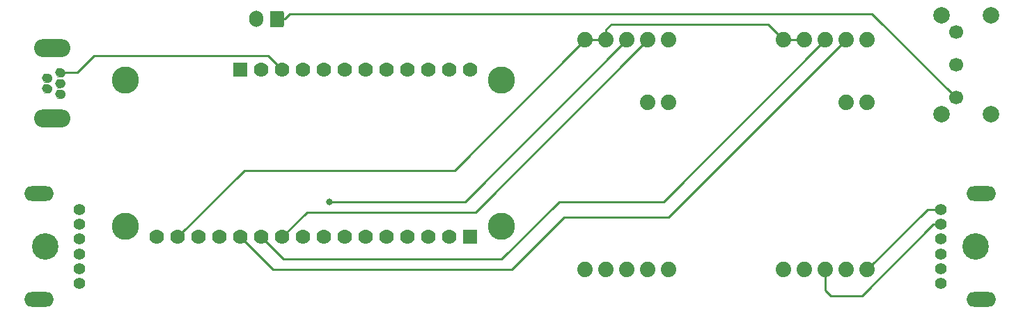
<source format=gbr>
G04 #@! TF.GenerationSoftware,KiCad,Pcbnew,5.0.2-5.fc29*
G04 #@! TF.CreationDate,2019-03-22T17:39:01+01:00*
G04 #@! TF.ProjectId,beieliscale-kicad,62656965-6c69-4736-9361-6c652d6b6963,rev?*
G04 #@! TF.SameCoordinates,Original*
G04 #@! TF.FileFunction,Copper,L2,Bot*
G04 #@! TF.FilePolarity,Positive*
%FSLAX46Y46*%
G04 Gerber Fmt 4.6, Leading zero omitted, Abs format (unit mm)*
G04 Created by KiCad (PCBNEW 5.0.2-5.fc29) date Fr 22 Mär 2019 17:39:01 CET*
%MOMM*%
%LPD*%
G01*
G04 APERTURE LIST*
G04 #@! TA.AperFunction,EtchedComponent*
%ADD10C,0.000100*%
G04 #@! TD*
G04 #@! TA.AperFunction,ComponentPad*
%ADD11C,1.778000*%
G04 #@! TD*
G04 #@! TA.AperFunction,ComponentPad*
%ADD12R,1.778000X1.778000*%
G04 #@! TD*
G04 #@! TA.AperFunction,ComponentPad*
%ADD13C,3.302000*%
G04 #@! TD*
G04 #@! TA.AperFunction,ComponentPad*
%ADD14C,1.879600*%
G04 #@! TD*
G04 #@! TA.AperFunction,ComponentPad*
%ADD15C,3.216000*%
G04 #@! TD*
G04 #@! TA.AperFunction,ComponentPad*
%ADD16C,1.408000*%
G04 #@! TD*
G04 #@! TA.AperFunction,ComponentPad*
%ADD17O,3.600000X1.800000*%
G04 #@! TD*
G04 #@! TA.AperFunction,ComponentPad*
%ADD18C,1.000000*%
G04 #@! TD*
G04 #@! TA.AperFunction,ComponentPad*
%ADD19O,4.400000X2.200000*%
G04 #@! TD*
G04 #@! TA.AperFunction,Conductor*
%ADD20C,0.100000*%
G04 #@! TD*
G04 #@! TA.AperFunction,ComponentPad*
%ADD21C,1.700000*%
G04 #@! TD*
G04 #@! TA.AperFunction,ComponentPad*
%ADD22O,1.700000X2.000000*%
G04 #@! TD*
G04 #@! TA.AperFunction,ComponentPad*
%ADD23C,2.000000*%
G04 #@! TD*
G04 #@! TA.AperFunction,ViaPad*
%ADD24C,0.800000*%
G04 #@! TD*
G04 #@! TA.AperFunction,Conductor*
%ADD25C,0.250000*%
G04 #@! TD*
G04 APERTURE END LIST*
D10*
G04 #@! TO.C,J3*
X79540000Y-65935000D02*
X79840000Y-65935000D01*
G36*
X79540000Y-65935000D02*
X79740000Y-65935000D01*
X79766180Y-65935000D01*
X79818300Y-65940476D01*
X79869560Y-65951369D01*
X79919410Y-65967562D01*
X79967280Y-65988876D01*
X80012670Y-66015077D01*
X80055070Y-66045880D01*
X80094020Y-66080945D01*
X80129090Y-66119890D01*
X80159900Y-66162287D01*
X80186100Y-66207672D01*
X80207420Y-66255548D01*
X80223620Y-66305390D01*
X80234520Y-66356652D01*
X80240000Y-66408772D01*
X80240000Y-66461180D01*
X80234520Y-66513301D01*
X80223630Y-66564564D01*
X80207440Y-66614407D01*
X80186120Y-66662285D01*
X80159920Y-66707672D01*
X80129120Y-66750073D01*
X80094050Y-66789021D01*
X80055110Y-66824090D01*
X80012710Y-66854897D01*
X79967330Y-66881103D01*
X79919450Y-66902421D01*
X79869610Y-66918618D01*
X79818350Y-66929517D01*
X79766230Y-66934997D01*
X79740000Y-66935000D01*
X79540000Y-66935000D01*
X79540000Y-66785000D01*
X79549163Y-66785000D01*
X79567468Y-66784041D01*
X79585698Y-66782125D01*
X79603802Y-66779258D01*
X79621732Y-66775447D01*
X79639437Y-66770702D01*
X79656870Y-66765038D01*
X79673983Y-66758469D01*
X79690729Y-66751014D01*
X79707061Y-66742692D01*
X79722935Y-66733527D01*
X79738308Y-66723544D01*
X79753140Y-66712770D01*
X79767380Y-66701235D01*
X79781010Y-66688969D01*
X79793970Y-66676008D01*
X79806230Y-66662386D01*
X79817770Y-66648141D01*
X79828540Y-66633312D01*
X79838530Y-66617939D01*
X79847690Y-66602065D01*
X79856010Y-66585732D01*
X79863470Y-66568987D01*
X79870040Y-66551874D01*
X79875700Y-66534441D01*
X79880450Y-66516736D01*
X79884260Y-66498806D01*
X79887120Y-66480702D01*
X79889040Y-66462472D01*
X79890000Y-66444167D01*
X79890000Y-66435000D01*
X79890000Y-66425837D01*
X79889040Y-66407532D01*
X79887120Y-66389302D01*
X79884260Y-66371198D01*
X79880450Y-66353268D01*
X79875700Y-66335563D01*
X79870040Y-66318130D01*
X79863470Y-66301017D01*
X79856010Y-66284271D01*
X79847690Y-66267939D01*
X79838530Y-66252065D01*
X79828540Y-66236692D01*
X79817770Y-66221862D01*
X79806230Y-66207617D01*
X79793970Y-66193995D01*
X79781010Y-66181033D01*
X79767390Y-66168768D01*
X79753140Y-66157232D01*
X79738312Y-66146458D01*
X79722939Y-66136475D01*
X79707065Y-66127310D01*
X79690732Y-66118988D01*
X79673987Y-66111532D01*
X79656874Y-66104963D01*
X79639441Y-66099299D01*
X79621736Y-66094554D01*
X79603806Y-66090743D01*
X79585702Y-66087876D01*
X79567472Y-66085960D01*
X79549167Y-66085000D01*
X79540000Y-66085000D01*
X79540000Y-65935000D01*
G37*
X79540000Y-65935000D02*
X79740000Y-65935000D01*
X79766180Y-65935000D01*
X79818300Y-65940476D01*
X79869560Y-65951369D01*
X79919410Y-65967562D01*
X79967280Y-65988876D01*
X80012670Y-66015077D01*
X80055070Y-66045880D01*
X80094020Y-66080945D01*
X80129090Y-66119890D01*
X80159900Y-66162287D01*
X80186100Y-66207672D01*
X80207420Y-66255548D01*
X80223620Y-66305390D01*
X80234520Y-66356652D01*
X80240000Y-66408772D01*
X80240000Y-66461180D01*
X80234520Y-66513301D01*
X80223630Y-66564564D01*
X80207440Y-66614407D01*
X80186120Y-66662285D01*
X80159920Y-66707672D01*
X80129120Y-66750073D01*
X80094050Y-66789021D01*
X80055110Y-66824090D01*
X80012710Y-66854897D01*
X79967330Y-66881103D01*
X79919450Y-66902421D01*
X79869610Y-66918618D01*
X79818350Y-66929517D01*
X79766230Y-66934997D01*
X79740000Y-66935000D01*
X79540000Y-66935000D01*
X79540000Y-66785000D01*
X79549163Y-66785000D01*
X79567468Y-66784041D01*
X79585698Y-66782125D01*
X79603802Y-66779258D01*
X79621732Y-66775447D01*
X79639437Y-66770702D01*
X79656870Y-66765038D01*
X79673983Y-66758469D01*
X79690729Y-66751014D01*
X79707061Y-66742692D01*
X79722935Y-66733527D01*
X79738308Y-66723544D01*
X79753140Y-66712770D01*
X79767380Y-66701235D01*
X79781010Y-66688969D01*
X79793970Y-66676008D01*
X79806230Y-66662386D01*
X79817770Y-66648141D01*
X79828540Y-66633312D01*
X79838530Y-66617939D01*
X79847690Y-66602065D01*
X79856010Y-66585732D01*
X79863470Y-66568987D01*
X79870040Y-66551874D01*
X79875700Y-66534441D01*
X79880450Y-66516736D01*
X79884260Y-66498806D01*
X79887120Y-66480702D01*
X79889040Y-66462472D01*
X79890000Y-66444167D01*
X79890000Y-66435000D01*
X79890000Y-66425837D01*
X79889040Y-66407532D01*
X79887120Y-66389302D01*
X79884260Y-66371198D01*
X79880450Y-66353268D01*
X79875700Y-66335563D01*
X79870040Y-66318130D01*
X79863470Y-66301017D01*
X79856010Y-66284271D01*
X79847690Y-66267939D01*
X79838530Y-66252065D01*
X79828540Y-66236692D01*
X79817770Y-66221862D01*
X79806230Y-66207617D01*
X79793970Y-66193995D01*
X79781010Y-66181033D01*
X79767390Y-66168768D01*
X79753140Y-66157232D01*
X79738312Y-66146458D01*
X79722939Y-66136475D01*
X79707065Y-66127310D01*
X79690732Y-66118988D01*
X79673987Y-66111532D01*
X79656874Y-66104963D01*
X79639441Y-66099299D01*
X79621736Y-66094554D01*
X79603806Y-66090743D01*
X79585702Y-66087876D01*
X79567472Y-66085960D01*
X79549167Y-66085000D01*
X79540000Y-66085000D01*
X79540000Y-65935000D01*
G36*
X79540000Y-66935000D02*
X79340000Y-66935000D01*
X79366180Y-66935000D01*
X79418301Y-66929524D01*
X79469564Y-66918631D01*
X79519407Y-66902438D01*
X79567285Y-66881124D01*
X79612672Y-66854923D01*
X79655073Y-66824120D01*
X79694021Y-66789055D01*
X79729090Y-66750110D01*
X79759900Y-66707713D01*
X79786100Y-66662328D01*
X79807420Y-66614452D01*
X79823620Y-66564610D01*
X79834520Y-66513348D01*
X79840000Y-66461228D01*
X79840000Y-66408820D01*
X79834520Y-66356699D01*
X79823630Y-66305436D01*
X79807440Y-66255593D01*
X79786120Y-66207715D01*
X79759920Y-66162328D01*
X79729120Y-66119927D01*
X79694055Y-66080979D01*
X79655110Y-66045910D01*
X79612713Y-66015103D01*
X79567328Y-65988897D01*
X79519452Y-65967579D01*
X79469610Y-65951382D01*
X79418348Y-65940483D01*
X79366228Y-65935003D01*
X79340000Y-65935000D01*
X79540000Y-65935000D01*
X79540000Y-66085000D01*
X79530837Y-66085000D01*
X79512532Y-66085959D01*
X79494302Y-66087875D01*
X79476198Y-66090742D01*
X79458268Y-66094553D01*
X79440563Y-66099298D01*
X79423130Y-66104962D01*
X79406017Y-66111531D01*
X79389271Y-66118986D01*
X79372939Y-66127308D01*
X79357065Y-66136473D01*
X79341692Y-66146456D01*
X79326862Y-66157230D01*
X79312617Y-66168765D01*
X79298995Y-66181031D01*
X79286033Y-66193992D01*
X79273768Y-66207614D01*
X79262232Y-66221859D01*
X79251458Y-66236688D01*
X79241475Y-66252061D01*
X79232310Y-66267935D01*
X79223988Y-66284268D01*
X79216532Y-66301013D01*
X79209963Y-66318126D01*
X79204299Y-66335559D01*
X79199554Y-66353264D01*
X79195743Y-66371194D01*
X79192876Y-66389298D01*
X79190960Y-66407528D01*
X79190000Y-66425833D01*
X79190000Y-66435000D01*
X79190000Y-66444163D01*
X79190959Y-66462468D01*
X79192875Y-66480698D01*
X79195742Y-66498802D01*
X79199553Y-66516732D01*
X79204298Y-66534437D01*
X79209962Y-66551870D01*
X79216531Y-66568983D01*
X79223986Y-66585729D01*
X79232308Y-66602061D01*
X79241473Y-66617935D01*
X79251456Y-66633308D01*
X79262230Y-66648138D01*
X79273765Y-66662383D01*
X79286031Y-66676005D01*
X79298992Y-66688967D01*
X79312614Y-66701232D01*
X79326859Y-66712768D01*
X79341688Y-66723542D01*
X79357061Y-66733525D01*
X79372935Y-66742690D01*
X79389268Y-66751012D01*
X79406013Y-66758468D01*
X79423126Y-66765037D01*
X79440559Y-66770701D01*
X79458264Y-66775446D01*
X79476194Y-66779257D01*
X79494298Y-66782124D01*
X79512528Y-66784040D01*
X79530833Y-66785000D01*
X79540000Y-66785000D01*
X79540000Y-66935000D01*
G37*
X79540000Y-66935000D02*
X79340000Y-66935000D01*
X79366180Y-66935000D01*
X79418301Y-66929524D01*
X79469564Y-66918631D01*
X79519407Y-66902438D01*
X79567285Y-66881124D01*
X79612672Y-66854923D01*
X79655073Y-66824120D01*
X79694021Y-66789055D01*
X79729090Y-66750110D01*
X79759900Y-66707713D01*
X79786100Y-66662328D01*
X79807420Y-66614452D01*
X79823620Y-66564610D01*
X79834520Y-66513348D01*
X79840000Y-66461228D01*
X79840000Y-66408820D01*
X79834520Y-66356699D01*
X79823630Y-66305436D01*
X79807440Y-66255593D01*
X79786120Y-66207715D01*
X79759920Y-66162328D01*
X79729120Y-66119927D01*
X79694055Y-66080979D01*
X79655110Y-66045910D01*
X79612713Y-66015103D01*
X79567328Y-65988897D01*
X79519452Y-65967579D01*
X79469610Y-65951382D01*
X79418348Y-65940483D01*
X79366228Y-65935003D01*
X79340000Y-65935000D01*
X79540000Y-65935000D01*
X79540000Y-66085000D01*
X79530837Y-66085000D01*
X79512532Y-66085959D01*
X79494302Y-66087875D01*
X79476198Y-66090742D01*
X79458268Y-66094553D01*
X79440563Y-66099298D01*
X79423130Y-66104962D01*
X79406017Y-66111531D01*
X79389271Y-66118986D01*
X79372939Y-66127308D01*
X79357065Y-66136473D01*
X79341692Y-66146456D01*
X79326862Y-66157230D01*
X79312617Y-66168765D01*
X79298995Y-66181031D01*
X79286033Y-66193992D01*
X79273768Y-66207614D01*
X79262232Y-66221859D01*
X79251458Y-66236688D01*
X79241475Y-66252061D01*
X79232310Y-66267935D01*
X79223988Y-66284268D01*
X79216532Y-66301013D01*
X79209963Y-66318126D01*
X79204299Y-66335559D01*
X79199554Y-66353264D01*
X79195743Y-66371194D01*
X79192876Y-66389298D01*
X79190960Y-66407528D01*
X79190000Y-66425833D01*
X79190000Y-66435000D01*
X79190000Y-66444163D01*
X79190959Y-66462468D01*
X79192875Y-66480698D01*
X79195742Y-66498802D01*
X79199553Y-66516732D01*
X79204298Y-66534437D01*
X79209962Y-66551870D01*
X79216531Y-66568983D01*
X79223986Y-66585729D01*
X79232308Y-66602061D01*
X79241473Y-66617935D01*
X79251456Y-66633308D01*
X79262230Y-66648138D01*
X79273765Y-66662383D01*
X79286031Y-66676005D01*
X79298992Y-66688967D01*
X79312614Y-66701232D01*
X79326859Y-66712768D01*
X79341688Y-66723542D01*
X79357061Y-66733525D01*
X79372935Y-66742690D01*
X79389268Y-66751012D01*
X79406013Y-66758468D01*
X79423126Y-66765037D01*
X79440559Y-66770701D01*
X79458264Y-66775446D01*
X79476194Y-66779257D01*
X79494298Y-66782124D01*
X79512528Y-66784040D01*
X79530833Y-66785000D01*
X79540000Y-66785000D01*
X79540000Y-66935000D01*
X79540000Y-64635000D02*
X79840000Y-64635000D01*
G36*
X79540000Y-64635000D02*
X79740000Y-64635000D01*
X79766180Y-64635000D01*
X79818300Y-64640480D01*
X79869560Y-64651370D01*
X79919410Y-64667560D01*
X79967280Y-64688880D01*
X80012670Y-64715080D01*
X80055070Y-64745880D01*
X80094020Y-64780950D01*
X80129090Y-64819890D01*
X80159900Y-64862290D01*
X80186100Y-64907670D01*
X80207420Y-64955550D01*
X80223620Y-65005390D01*
X80234520Y-65056650D01*
X80240000Y-65108770D01*
X80240000Y-65161180D01*
X80234520Y-65213300D01*
X80223630Y-65264560D01*
X80207440Y-65314410D01*
X80186120Y-65362280D01*
X80159920Y-65407670D01*
X80129120Y-65450073D01*
X80094050Y-65489021D01*
X80055110Y-65524090D01*
X80012710Y-65554897D01*
X79967330Y-65581103D01*
X79919450Y-65602421D01*
X79869610Y-65618618D01*
X79818350Y-65629517D01*
X79766230Y-65634997D01*
X79740000Y-65635000D01*
X79540000Y-65635000D01*
X79540000Y-65485000D01*
X79549163Y-65485000D01*
X79567468Y-65484041D01*
X79585698Y-65482125D01*
X79603802Y-65479258D01*
X79621732Y-65475447D01*
X79639437Y-65470702D01*
X79656870Y-65465038D01*
X79673983Y-65458469D01*
X79690729Y-65451014D01*
X79707061Y-65442692D01*
X79722935Y-65433530D01*
X79738308Y-65423540D01*
X79753140Y-65412770D01*
X79767380Y-65401230D01*
X79781010Y-65388970D01*
X79793970Y-65376010D01*
X79806230Y-65362390D01*
X79817770Y-65348140D01*
X79828540Y-65333310D01*
X79838530Y-65317940D01*
X79847690Y-65302060D01*
X79856010Y-65285730D01*
X79863470Y-65268990D01*
X79870040Y-65251870D01*
X79875700Y-65234440D01*
X79880450Y-65216740D01*
X79884260Y-65198810D01*
X79887120Y-65180700D01*
X79889040Y-65162470D01*
X79890000Y-65144170D01*
X79890000Y-65135000D01*
X79890000Y-65125840D01*
X79889040Y-65107530D01*
X79887120Y-65089300D01*
X79884260Y-65071200D01*
X79880450Y-65053270D01*
X79875700Y-65035560D01*
X79870040Y-65018130D01*
X79863470Y-65001020D01*
X79856010Y-64984270D01*
X79847690Y-64967940D01*
X79838530Y-64952060D01*
X79828540Y-64936690D01*
X79817770Y-64921860D01*
X79806230Y-64907620D01*
X79793970Y-64893990D01*
X79781010Y-64881030D01*
X79767390Y-64868770D01*
X79753140Y-64857230D01*
X79738312Y-64846460D01*
X79722939Y-64836470D01*
X79707065Y-64827310D01*
X79690732Y-64818990D01*
X79673987Y-64811530D01*
X79656874Y-64804960D01*
X79639441Y-64799300D01*
X79621736Y-64794550D01*
X79603806Y-64790740D01*
X79585702Y-64787880D01*
X79567472Y-64785960D01*
X79549167Y-64785000D01*
X79540000Y-64785000D01*
X79540000Y-64635000D01*
G37*
X79540000Y-64635000D02*
X79740000Y-64635000D01*
X79766180Y-64635000D01*
X79818300Y-64640480D01*
X79869560Y-64651370D01*
X79919410Y-64667560D01*
X79967280Y-64688880D01*
X80012670Y-64715080D01*
X80055070Y-64745880D01*
X80094020Y-64780950D01*
X80129090Y-64819890D01*
X80159900Y-64862290D01*
X80186100Y-64907670D01*
X80207420Y-64955550D01*
X80223620Y-65005390D01*
X80234520Y-65056650D01*
X80240000Y-65108770D01*
X80240000Y-65161180D01*
X80234520Y-65213300D01*
X80223630Y-65264560D01*
X80207440Y-65314410D01*
X80186120Y-65362280D01*
X80159920Y-65407670D01*
X80129120Y-65450073D01*
X80094050Y-65489021D01*
X80055110Y-65524090D01*
X80012710Y-65554897D01*
X79967330Y-65581103D01*
X79919450Y-65602421D01*
X79869610Y-65618618D01*
X79818350Y-65629517D01*
X79766230Y-65634997D01*
X79740000Y-65635000D01*
X79540000Y-65635000D01*
X79540000Y-65485000D01*
X79549163Y-65485000D01*
X79567468Y-65484041D01*
X79585698Y-65482125D01*
X79603802Y-65479258D01*
X79621732Y-65475447D01*
X79639437Y-65470702D01*
X79656870Y-65465038D01*
X79673983Y-65458469D01*
X79690729Y-65451014D01*
X79707061Y-65442692D01*
X79722935Y-65433530D01*
X79738308Y-65423540D01*
X79753140Y-65412770D01*
X79767380Y-65401230D01*
X79781010Y-65388970D01*
X79793970Y-65376010D01*
X79806230Y-65362390D01*
X79817770Y-65348140D01*
X79828540Y-65333310D01*
X79838530Y-65317940D01*
X79847690Y-65302060D01*
X79856010Y-65285730D01*
X79863470Y-65268990D01*
X79870040Y-65251870D01*
X79875700Y-65234440D01*
X79880450Y-65216740D01*
X79884260Y-65198810D01*
X79887120Y-65180700D01*
X79889040Y-65162470D01*
X79890000Y-65144170D01*
X79890000Y-65135000D01*
X79890000Y-65125840D01*
X79889040Y-65107530D01*
X79887120Y-65089300D01*
X79884260Y-65071200D01*
X79880450Y-65053270D01*
X79875700Y-65035560D01*
X79870040Y-65018130D01*
X79863470Y-65001020D01*
X79856010Y-64984270D01*
X79847690Y-64967940D01*
X79838530Y-64952060D01*
X79828540Y-64936690D01*
X79817770Y-64921860D01*
X79806230Y-64907620D01*
X79793970Y-64893990D01*
X79781010Y-64881030D01*
X79767390Y-64868770D01*
X79753140Y-64857230D01*
X79738312Y-64846460D01*
X79722939Y-64836470D01*
X79707065Y-64827310D01*
X79690732Y-64818990D01*
X79673987Y-64811530D01*
X79656874Y-64804960D01*
X79639441Y-64799300D01*
X79621736Y-64794550D01*
X79603806Y-64790740D01*
X79585702Y-64787880D01*
X79567472Y-64785960D01*
X79549167Y-64785000D01*
X79540000Y-64785000D01*
X79540000Y-64635000D01*
G36*
X79540000Y-65635000D02*
X79340000Y-65635000D01*
X79366180Y-65635000D01*
X79418301Y-65629524D01*
X79469564Y-65618631D01*
X79519407Y-65602438D01*
X79567285Y-65581124D01*
X79612672Y-65554923D01*
X79655073Y-65524120D01*
X79694021Y-65489055D01*
X79729090Y-65450110D01*
X79759900Y-65407710D01*
X79786100Y-65362330D01*
X79807420Y-65314450D01*
X79823620Y-65264610D01*
X79834520Y-65213350D01*
X79840000Y-65161230D01*
X79840000Y-65108820D01*
X79834520Y-65056700D01*
X79823630Y-65005440D01*
X79807440Y-64955590D01*
X79786120Y-64907720D01*
X79759920Y-64862330D01*
X79729120Y-64819930D01*
X79694055Y-64780980D01*
X79655110Y-64745910D01*
X79612713Y-64715100D01*
X79567328Y-64688900D01*
X79519452Y-64667580D01*
X79469610Y-64651380D01*
X79418348Y-64640480D01*
X79366228Y-64635000D01*
X79340000Y-64635000D01*
X79540000Y-64635000D01*
X79540000Y-64785000D01*
X79530837Y-64785000D01*
X79512532Y-64785960D01*
X79494302Y-64787880D01*
X79476198Y-64790740D01*
X79458268Y-64794550D01*
X79440563Y-64799300D01*
X79423130Y-64804960D01*
X79406017Y-64811530D01*
X79389271Y-64818990D01*
X79372939Y-64827310D01*
X79357065Y-64836470D01*
X79341692Y-64846460D01*
X79326862Y-64857230D01*
X79312617Y-64868770D01*
X79298995Y-64881030D01*
X79286033Y-64893990D01*
X79273768Y-64907610D01*
X79262232Y-64921860D01*
X79251458Y-64936690D01*
X79241475Y-64952060D01*
X79232310Y-64967940D01*
X79223988Y-64984270D01*
X79216532Y-65001010D01*
X79209963Y-65018130D01*
X79204299Y-65035560D01*
X79199554Y-65053260D01*
X79195743Y-65071190D01*
X79192876Y-65089300D01*
X79190960Y-65107530D01*
X79190000Y-65125830D01*
X79190000Y-65135000D01*
X79190000Y-65144160D01*
X79190959Y-65162470D01*
X79192875Y-65180700D01*
X79195742Y-65198800D01*
X79199553Y-65216730D01*
X79204298Y-65234440D01*
X79209962Y-65251870D01*
X79216531Y-65268980D01*
X79223986Y-65285730D01*
X79232308Y-65302060D01*
X79241473Y-65317940D01*
X79251456Y-65333310D01*
X79262230Y-65348140D01*
X79273765Y-65362380D01*
X79286031Y-65376010D01*
X79298992Y-65388970D01*
X79312614Y-65401230D01*
X79326859Y-65412770D01*
X79341688Y-65423540D01*
X79357061Y-65433530D01*
X79372935Y-65442690D01*
X79389268Y-65451012D01*
X79406013Y-65458468D01*
X79423126Y-65465037D01*
X79440559Y-65470701D01*
X79458264Y-65475446D01*
X79476194Y-65479257D01*
X79494298Y-65482124D01*
X79512528Y-65484040D01*
X79530833Y-65485000D01*
X79540000Y-65485000D01*
X79540000Y-65635000D01*
G37*
X79540000Y-65635000D02*
X79340000Y-65635000D01*
X79366180Y-65635000D01*
X79418301Y-65629524D01*
X79469564Y-65618631D01*
X79519407Y-65602438D01*
X79567285Y-65581124D01*
X79612672Y-65554923D01*
X79655073Y-65524120D01*
X79694021Y-65489055D01*
X79729090Y-65450110D01*
X79759900Y-65407710D01*
X79786100Y-65362330D01*
X79807420Y-65314450D01*
X79823620Y-65264610D01*
X79834520Y-65213350D01*
X79840000Y-65161230D01*
X79840000Y-65108820D01*
X79834520Y-65056700D01*
X79823630Y-65005440D01*
X79807440Y-64955590D01*
X79786120Y-64907720D01*
X79759920Y-64862330D01*
X79729120Y-64819930D01*
X79694055Y-64780980D01*
X79655110Y-64745910D01*
X79612713Y-64715100D01*
X79567328Y-64688900D01*
X79519452Y-64667580D01*
X79469610Y-64651380D01*
X79418348Y-64640480D01*
X79366228Y-64635000D01*
X79340000Y-64635000D01*
X79540000Y-64635000D01*
X79540000Y-64785000D01*
X79530837Y-64785000D01*
X79512532Y-64785960D01*
X79494302Y-64787880D01*
X79476198Y-64790740D01*
X79458268Y-64794550D01*
X79440563Y-64799300D01*
X79423130Y-64804960D01*
X79406017Y-64811530D01*
X79389271Y-64818990D01*
X79372939Y-64827310D01*
X79357065Y-64836470D01*
X79341692Y-64846460D01*
X79326862Y-64857230D01*
X79312617Y-64868770D01*
X79298995Y-64881030D01*
X79286033Y-64893990D01*
X79273768Y-64907610D01*
X79262232Y-64921860D01*
X79251458Y-64936690D01*
X79241475Y-64952060D01*
X79232310Y-64967940D01*
X79223988Y-64984270D01*
X79216532Y-65001010D01*
X79209963Y-65018130D01*
X79204299Y-65035560D01*
X79199554Y-65053260D01*
X79195743Y-65071190D01*
X79192876Y-65089300D01*
X79190960Y-65107530D01*
X79190000Y-65125830D01*
X79190000Y-65135000D01*
X79190000Y-65144160D01*
X79190959Y-65162470D01*
X79192875Y-65180700D01*
X79195742Y-65198800D01*
X79199553Y-65216730D01*
X79204298Y-65234440D01*
X79209962Y-65251870D01*
X79216531Y-65268980D01*
X79223986Y-65285730D01*
X79232308Y-65302060D01*
X79241473Y-65317940D01*
X79251456Y-65333310D01*
X79262230Y-65348140D01*
X79273765Y-65362380D01*
X79286031Y-65376010D01*
X79298992Y-65388970D01*
X79312614Y-65401230D01*
X79326859Y-65412770D01*
X79341688Y-65423540D01*
X79357061Y-65433530D01*
X79372935Y-65442690D01*
X79389268Y-65451012D01*
X79406013Y-65458468D01*
X79423126Y-65465037D01*
X79440559Y-65470701D01*
X79458264Y-65475446D01*
X79476194Y-65479257D01*
X79494298Y-65482124D01*
X79512528Y-65484040D01*
X79530833Y-65485000D01*
X79540000Y-65485000D01*
X79540000Y-65635000D01*
X79540000Y-67235000D02*
X79840000Y-67235000D01*
G36*
X79540000Y-67235000D02*
X79740000Y-67235000D01*
X79766180Y-67235000D01*
X79818300Y-67240476D01*
X79869560Y-67251369D01*
X79919410Y-67267562D01*
X79967280Y-67288876D01*
X80012670Y-67315077D01*
X80055070Y-67345880D01*
X80094020Y-67380945D01*
X80129090Y-67419890D01*
X80159900Y-67462290D01*
X80186100Y-67507670D01*
X80207420Y-67555550D01*
X80223620Y-67605390D01*
X80234520Y-67656650D01*
X80240000Y-67708770D01*
X80240000Y-67761180D01*
X80234520Y-67813300D01*
X80223630Y-67864560D01*
X80207440Y-67914410D01*
X80186120Y-67962280D01*
X80159920Y-68007670D01*
X80129120Y-68050070D01*
X80094050Y-68089020D01*
X80055110Y-68124090D01*
X80012710Y-68154900D01*
X79967330Y-68181100D01*
X79919450Y-68202420D01*
X79869610Y-68218620D01*
X79818350Y-68229520D01*
X79766230Y-68235000D01*
X79740000Y-68235000D01*
X79540000Y-68235000D01*
X79540000Y-68085000D01*
X79549163Y-68085000D01*
X79567468Y-68084040D01*
X79585698Y-68082120D01*
X79603802Y-68079260D01*
X79621732Y-68075450D01*
X79639437Y-68070700D01*
X79656870Y-68065040D01*
X79673983Y-68058470D01*
X79690729Y-68051010D01*
X79707061Y-68042690D01*
X79722935Y-68033530D01*
X79738308Y-68023540D01*
X79753140Y-68012770D01*
X79767380Y-68001230D01*
X79781010Y-67988970D01*
X79793970Y-67976010D01*
X79806230Y-67962390D01*
X79817770Y-67948140D01*
X79828540Y-67933310D01*
X79838530Y-67917940D01*
X79847690Y-67902060D01*
X79856010Y-67885730D01*
X79863470Y-67868990D01*
X79870040Y-67851870D01*
X79875700Y-67834440D01*
X79880450Y-67816740D01*
X79884260Y-67798810D01*
X79887120Y-67780700D01*
X79889040Y-67762470D01*
X79890000Y-67744170D01*
X79890000Y-67735000D01*
X79890000Y-67725840D01*
X79889040Y-67707530D01*
X79887120Y-67689300D01*
X79884260Y-67671200D01*
X79880450Y-67653270D01*
X79875700Y-67635560D01*
X79870040Y-67618130D01*
X79863470Y-67601020D01*
X79856010Y-67584270D01*
X79847690Y-67567940D01*
X79838530Y-67552060D01*
X79828540Y-67536690D01*
X79817770Y-67521860D01*
X79806230Y-67507620D01*
X79793970Y-67493990D01*
X79781010Y-67481030D01*
X79767390Y-67468770D01*
X79753140Y-67457230D01*
X79738312Y-67446460D01*
X79722939Y-67436470D01*
X79707065Y-67427310D01*
X79690732Y-67418988D01*
X79673987Y-67411532D01*
X79656874Y-67404963D01*
X79639441Y-67399299D01*
X79621736Y-67394554D01*
X79603806Y-67390743D01*
X79585702Y-67387876D01*
X79567472Y-67385960D01*
X79549167Y-67385000D01*
X79540000Y-67385000D01*
X79540000Y-67235000D01*
G37*
X79540000Y-67235000D02*
X79740000Y-67235000D01*
X79766180Y-67235000D01*
X79818300Y-67240476D01*
X79869560Y-67251369D01*
X79919410Y-67267562D01*
X79967280Y-67288876D01*
X80012670Y-67315077D01*
X80055070Y-67345880D01*
X80094020Y-67380945D01*
X80129090Y-67419890D01*
X80159900Y-67462290D01*
X80186100Y-67507670D01*
X80207420Y-67555550D01*
X80223620Y-67605390D01*
X80234520Y-67656650D01*
X80240000Y-67708770D01*
X80240000Y-67761180D01*
X80234520Y-67813300D01*
X80223630Y-67864560D01*
X80207440Y-67914410D01*
X80186120Y-67962280D01*
X80159920Y-68007670D01*
X80129120Y-68050070D01*
X80094050Y-68089020D01*
X80055110Y-68124090D01*
X80012710Y-68154900D01*
X79967330Y-68181100D01*
X79919450Y-68202420D01*
X79869610Y-68218620D01*
X79818350Y-68229520D01*
X79766230Y-68235000D01*
X79740000Y-68235000D01*
X79540000Y-68235000D01*
X79540000Y-68085000D01*
X79549163Y-68085000D01*
X79567468Y-68084040D01*
X79585698Y-68082120D01*
X79603802Y-68079260D01*
X79621732Y-68075450D01*
X79639437Y-68070700D01*
X79656870Y-68065040D01*
X79673983Y-68058470D01*
X79690729Y-68051010D01*
X79707061Y-68042690D01*
X79722935Y-68033530D01*
X79738308Y-68023540D01*
X79753140Y-68012770D01*
X79767380Y-68001230D01*
X79781010Y-67988970D01*
X79793970Y-67976010D01*
X79806230Y-67962390D01*
X79817770Y-67948140D01*
X79828540Y-67933310D01*
X79838530Y-67917940D01*
X79847690Y-67902060D01*
X79856010Y-67885730D01*
X79863470Y-67868990D01*
X79870040Y-67851870D01*
X79875700Y-67834440D01*
X79880450Y-67816740D01*
X79884260Y-67798810D01*
X79887120Y-67780700D01*
X79889040Y-67762470D01*
X79890000Y-67744170D01*
X79890000Y-67735000D01*
X79890000Y-67725840D01*
X79889040Y-67707530D01*
X79887120Y-67689300D01*
X79884260Y-67671200D01*
X79880450Y-67653270D01*
X79875700Y-67635560D01*
X79870040Y-67618130D01*
X79863470Y-67601020D01*
X79856010Y-67584270D01*
X79847690Y-67567940D01*
X79838530Y-67552060D01*
X79828540Y-67536690D01*
X79817770Y-67521860D01*
X79806230Y-67507620D01*
X79793970Y-67493990D01*
X79781010Y-67481030D01*
X79767390Y-67468770D01*
X79753140Y-67457230D01*
X79738312Y-67446460D01*
X79722939Y-67436470D01*
X79707065Y-67427310D01*
X79690732Y-67418988D01*
X79673987Y-67411532D01*
X79656874Y-67404963D01*
X79639441Y-67399299D01*
X79621736Y-67394554D01*
X79603806Y-67390743D01*
X79585702Y-67387876D01*
X79567472Y-67385960D01*
X79549167Y-67385000D01*
X79540000Y-67385000D01*
X79540000Y-67235000D01*
G36*
X79540000Y-68235000D02*
X79340000Y-68235000D01*
X79366180Y-68235000D01*
X79418301Y-68229520D01*
X79469564Y-68218630D01*
X79519407Y-68202440D01*
X79567285Y-68181120D01*
X79612672Y-68154920D01*
X79655073Y-68124120D01*
X79694021Y-68089050D01*
X79729090Y-68050110D01*
X79759900Y-68007710D01*
X79786100Y-67962330D01*
X79807420Y-67914450D01*
X79823620Y-67864610D01*
X79834520Y-67813350D01*
X79840000Y-67761230D01*
X79840000Y-67708820D01*
X79834520Y-67656700D01*
X79823630Y-67605440D01*
X79807440Y-67555590D01*
X79786120Y-67507720D01*
X79759920Y-67462330D01*
X79729120Y-67419927D01*
X79694055Y-67380979D01*
X79655110Y-67345910D01*
X79612713Y-67315103D01*
X79567328Y-67288897D01*
X79519452Y-67267579D01*
X79469610Y-67251382D01*
X79418348Y-67240483D01*
X79366228Y-67235003D01*
X79340000Y-67235000D01*
X79540000Y-67235000D01*
X79540000Y-67385000D01*
X79530837Y-67385000D01*
X79512532Y-67385959D01*
X79494302Y-67387875D01*
X79476198Y-67390742D01*
X79458268Y-67394553D01*
X79440563Y-67399298D01*
X79423130Y-67404962D01*
X79406017Y-67411531D01*
X79389271Y-67418986D01*
X79372939Y-67427308D01*
X79357065Y-67436470D01*
X79341692Y-67446460D01*
X79326862Y-67457230D01*
X79312617Y-67468770D01*
X79298995Y-67481030D01*
X79286033Y-67493990D01*
X79273768Y-67507610D01*
X79262232Y-67521860D01*
X79251458Y-67536690D01*
X79241475Y-67552060D01*
X79232310Y-67567940D01*
X79223988Y-67584270D01*
X79216532Y-67601010D01*
X79209963Y-67618130D01*
X79204299Y-67635560D01*
X79199554Y-67653260D01*
X79195743Y-67671190D01*
X79192876Y-67689300D01*
X79190960Y-67707530D01*
X79190000Y-67725830D01*
X79190000Y-67735000D01*
X79190000Y-67744160D01*
X79190959Y-67762470D01*
X79192875Y-67780700D01*
X79195742Y-67798800D01*
X79199553Y-67816730D01*
X79204298Y-67834440D01*
X79209962Y-67851870D01*
X79216531Y-67868980D01*
X79223986Y-67885730D01*
X79232308Y-67902060D01*
X79241473Y-67917940D01*
X79251456Y-67933310D01*
X79262230Y-67948140D01*
X79273765Y-67962380D01*
X79286031Y-67976010D01*
X79298992Y-67988970D01*
X79312614Y-68001230D01*
X79326859Y-68012770D01*
X79341688Y-68023540D01*
X79357061Y-68033530D01*
X79372935Y-68042690D01*
X79389268Y-68051010D01*
X79406013Y-68058470D01*
X79423126Y-68065040D01*
X79440559Y-68070700D01*
X79458264Y-68075450D01*
X79476194Y-68079260D01*
X79494298Y-68082120D01*
X79512528Y-68084040D01*
X79530833Y-68085000D01*
X79540000Y-68085000D01*
X79540000Y-68235000D01*
G37*
X79540000Y-68235000D02*
X79340000Y-68235000D01*
X79366180Y-68235000D01*
X79418301Y-68229520D01*
X79469564Y-68218630D01*
X79519407Y-68202440D01*
X79567285Y-68181120D01*
X79612672Y-68154920D01*
X79655073Y-68124120D01*
X79694021Y-68089050D01*
X79729090Y-68050110D01*
X79759900Y-68007710D01*
X79786100Y-67962330D01*
X79807420Y-67914450D01*
X79823620Y-67864610D01*
X79834520Y-67813350D01*
X79840000Y-67761230D01*
X79840000Y-67708820D01*
X79834520Y-67656700D01*
X79823630Y-67605440D01*
X79807440Y-67555590D01*
X79786120Y-67507720D01*
X79759920Y-67462330D01*
X79729120Y-67419927D01*
X79694055Y-67380979D01*
X79655110Y-67345910D01*
X79612713Y-67315103D01*
X79567328Y-67288897D01*
X79519452Y-67267579D01*
X79469610Y-67251382D01*
X79418348Y-67240483D01*
X79366228Y-67235003D01*
X79340000Y-67235000D01*
X79540000Y-67235000D01*
X79540000Y-67385000D01*
X79530837Y-67385000D01*
X79512532Y-67385959D01*
X79494302Y-67387875D01*
X79476198Y-67390742D01*
X79458268Y-67394553D01*
X79440563Y-67399298D01*
X79423130Y-67404962D01*
X79406017Y-67411531D01*
X79389271Y-67418986D01*
X79372939Y-67427308D01*
X79357065Y-67436470D01*
X79341692Y-67446460D01*
X79326862Y-67457230D01*
X79312617Y-67468770D01*
X79298995Y-67481030D01*
X79286033Y-67493990D01*
X79273768Y-67507610D01*
X79262232Y-67521860D01*
X79251458Y-67536690D01*
X79241475Y-67552060D01*
X79232310Y-67567940D01*
X79223988Y-67584270D01*
X79216532Y-67601010D01*
X79209963Y-67618130D01*
X79204299Y-67635560D01*
X79199554Y-67653260D01*
X79195743Y-67671190D01*
X79192876Y-67689300D01*
X79190960Y-67707530D01*
X79190000Y-67725830D01*
X79190000Y-67735000D01*
X79190000Y-67744160D01*
X79190959Y-67762470D01*
X79192875Y-67780700D01*
X79195742Y-67798800D01*
X79199553Y-67816730D01*
X79204298Y-67834440D01*
X79209962Y-67851870D01*
X79216531Y-67868980D01*
X79223986Y-67885730D01*
X79232308Y-67902060D01*
X79241473Y-67917940D01*
X79251456Y-67933310D01*
X79262230Y-67948140D01*
X79273765Y-67962380D01*
X79286031Y-67976010D01*
X79298992Y-67988970D01*
X79312614Y-68001230D01*
X79326859Y-68012770D01*
X79341688Y-68023540D01*
X79357061Y-68033530D01*
X79372935Y-68042690D01*
X79389268Y-68051010D01*
X79406013Y-68058470D01*
X79423126Y-68065040D01*
X79440559Y-68070700D01*
X79458264Y-68075450D01*
X79476194Y-68079260D01*
X79494298Y-68082120D01*
X79512528Y-68084040D01*
X79530833Y-68085000D01*
X79540000Y-68085000D01*
X79540000Y-68235000D01*
X77940000Y-66585000D02*
X78240000Y-66585000D01*
G36*
X77940000Y-66585000D02*
X78140000Y-66585000D01*
X78166180Y-66585000D01*
X78218301Y-66590476D01*
X78269564Y-66601369D01*
X78319407Y-66617562D01*
X78367285Y-66638876D01*
X78412672Y-66665077D01*
X78455073Y-66695880D01*
X78494021Y-66730945D01*
X78529090Y-66769890D01*
X78559897Y-66812287D01*
X78586103Y-66857672D01*
X78607421Y-66905548D01*
X78623618Y-66955390D01*
X78634517Y-67006652D01*
X78639997Y-67058772D01*
X78640000Y-67111180D01*
X78634524Y-67163301D01*
X78623631Y-67214564D01*
X78607438Y-67264407D01*
X78586124Y-67312285D01*
X78559923Y-67357672D01*
X78529120Y-67400073D01*
X78494055Y-67439020D01*
X78455110Y-67474090D01*
X78412713Y-67504900D01*
X78367328Y-67531100D01*
X78319452Y-67552420D01*
X78269610Y-67568620D01*
X78218348Y-67579520D01*
X78166228Y-67585000D01*
X78140000Y-67585000D01*
X77940000Y-67585000D01*
X77940000Y-67435000D01*
X77949163Y-67435000D01*
X77967468Y-67434041D01*
X77985698Y-67432125D01*
X78003802Y-67429258D01*
X78021732Y-67425447D01*
X78039437Y-67420702D01*
X78056870Y-67415038D01*
X78073983Y-67408469D01*
X78090729Y-67401014D01*
X78107061Y-67392692D01*
X78122935Y-67383527D01*
X78138308Y-67373544D01*
X78153138Y-67362770D01*
X78167383Y-67351235D01*
X78181005Y-67338969D01*
X78193967Y-67326008D01*
X78206232Y-67312386D01*
X78217768Y-67298141D01*
X78228542Y-67283312D01*
X78238525Y-67267939D01*
X78247690Y-67252065D01*
X78256012Y-67235732D01*
X78263468Y-67218987D01*
X78270037Y-67201874D01*
X78275701Y-67184441D01*
X78280446Y-67166736D01*
X78284257Y-67148806D01*
X78287124Y-67130702D01*
X78289040Y-67112472D01*
X78290000Y-67094167D01*
X78290000Y-67085000D01*
X78290000Y-67075837D01*
X78289041Y-67057532D01*
X78287125Y-67039302D01*
X78284258Y-67021198D01*
X78280447Y-67003268D01*
X78275702Y-66985563D01*
X78270038Y-66968130D01*
X78263469Y-66951017D01*
X78256014Y-66934271D01*
X78247692Y-66917939D01*
X78238527Y-66902065D01*
X78228544Y-66886692D01*
X78217770Y-66871862D01*
X78206235Y-66857617D01*
X78193969Y-66843995D01*
X78181008Y-66831033D01*
X78167386Y-66818768D01*
X78153141Y-66807232D01*
X78138312Y-66796458D01*
X78122939Y-66786475D01*
X78107065Y-66777310D01*
X78090732Y-66768988D01*
X78073987Y-66761532D01*
X78056874Y-66754963D01*
X78039441Y-66749299D01*
X78021736Y-66744554D01*
X78003806Y-66740743D01*
X77985702Y-66737876D01*
X77967472Y-66735960D01*
X77949167Y-66735000D01*
X77940000Y-66735000D01*
X77940000Y-66585000D01*
G37*
X77940000Y-66585000D02*
X78140000Y-66585000D01*
X78166180Y-66585000D01*
X78218301Y-66590476D01*
X78269564Y-66601369D01*
X78319407Y-66617562D01*
X78367285Y-66638876D01*
X78412672Y-66665077D01*
X78455073Y-66695880D01*
X78494021Y-66730945D01*
X78529090Y-66769890D01*
X78559897Y-66812287D01*
X78586103Y-66857672D01*
X78607421Y-66905548D01*
X78623618Y-66955390D01*
X78634517Y-67006652D01*
X78639997Y-67058772D01*
X78640000Y-67111180D01*
X78634524Y-67163301D01*
X78623631Y-67214564D01*
X78607438Y-67264407D01*
X78586124Y-67312285D01*
X78559923Y-67357672D01*
X78529120Y-67400073D01*
X78494055Y-67439020D01*
X78455110Y-67474090D01*
X78412713Y-67504900D01*
X78367328Y-67531100D01*
X78319452Y-67552420D01*
X78269610Y-67568620D01*
X78218348Y-67579520D01*
X78166228Y-67585000D01*
X78140000Y-67585000D01*
X77940000Y-67585000D01*
X77940000Y-67435000D01*
X77949163Y-67435000D01*
X77967468Y-67434041D01*
X77985698Y-67432125D01*
X78003802Y-67429258D01*
X78021732Y-67425447D01*
X78039437Y-67420702D01*
X78056870Y-67415038D01*
X78073983Y-67408469D01*
X78090729Y-67401014D01*
X78107061Y-67392692D01*
X78122935Y-67383527D01*
X78138308Y-67373544D01*
X78153138Y-67362770D01*
X78167383Y-67351235D01*
X78181005Y-67338969D01*
X78193967Y-67326008D01*
X78206232Y-67312386D01*
X78217768Y-67298141D01*
X78228542Y-67283312D01*
X78238525Y-67267939D01*
X78247690Y-67252065D01*
X78256012Y-67235732D01*
X78263468Y-67218987D01*
X78270037Y-67201874D01*
X78275701Y-67184441D01*
X78280446Y-67166736D01*
X78284257Y-67148806D01*
X78287124Y-67130702D01*
X78289040Y-67112472D01*
X78290000Y-67094167D01*
X78290000Y-67085000D01*
X78290000Y-67075837D01*
X78289041Y-67057532D01*
X78287125Y-67039302D01*
X78284258Y-67021198D01*
X78280447Y-67003268D01*
X78275702Y-66985563D01*
X78270038Y-66968130D01*
X78263469Y-66951017D01*
X78256014Y-66934271D01*
X78247692Y-66917939D01*
X78238527Y-66902065D01*
X78228544Y-66886692D01*
X78217770Y-66871862D01*
X78206235Y-66857617D01*
X78193969Y-66843995D01*
X78181008Y-66831033D01*
X78167386Y-66818768D01*
X78153141Y-66807232D01*
X78138312Y-66796458D01*
X78122939Y-66786475D01*
X78107065Y-66777310D01*
X78090732Y-66768988D01*
X78073987Y-66761532D01*
X78056874Y-66754963D01*
X78039441Y-66749299D01*
X78021736Y-66744554D01*
X78003806Y-66740743D01*
X77985702Y-66737876D01*
X77967472Y-66735960D01*
X77949167Y-66735000D01*
X77940000Y-66735000D01*
X77940000Y-66585000D01*
G36*
X77940000Y-67585000D02*
X77740000Y-67585000D01*
X77766180Y-67585000D01*
X77818301Y-67579520D01*
X77869564Y-67568630D01*
X77919407Y-67552440D01*
X77967285Y-67531120D01*
X78012672Y-67504920D01*
X78055073Y-67474120D01*
X78094021Y-67439050D01*
X78129090Y-67400110D01*
X78159897Y-67357713D01*
X78186103Y-67312328D01*
X78207421Y-67264452D01*
X78223618Y-67214610D01*
X78234517Y-67163348D01*
X78239997Y-67111228D01*
X78240000Y-67058820D01*
X78234524Y-67006699D01*
X78223631Y-66955436D01*
X78207438Y-66905593D01*
X78186124Y-66857715D01*
X78159923Y-66812328D01*
X78129120Y-66769927D01*
X78094055Y-66730979D01*
X78055110Y-66695910D01*
X78012713Y-66665103D01*
X77967328Y-66638897D01*
X77919452Y-66617579D01*
X77869610Y-66601382D01*
X77818348Y-66590483D01*
X77766228Y-66585003D01*
X77740000Y-66585000D01*
X77940000Y-66585000D01*
X77940000Y-66735000D01*
X77930837Y-66735000D01*
X77912532Y-66735959D01*
X77894302Y-66737875D01*
X77876198Y-66740742D01*
X77858268Y-66744553D01*
X77840563Y-66749298D01*
X77823130Y-66754962D01*
X77806017Y-66761531D01*
X77789271Y-66768986D01*
X77772939Y-66777308D01*
X77757065Y-66786473D01*
X77741692Y-66796456D01*
X77726860Y-66807230D01*
X77712620Y-66818765D01*
X77698990Y-66831031D01*
X77686030Y-66843992D01*
X77673770Y-66857614D01*
X77662230Y-66871859D01*
X77651460Y-66886688D01*
X77641470Y-66902061D01*
X77632310Y-66917935D01*
X77623990Y-66934268D01*
X77616530Y-66951013D01*
X77609960Y-66968126D01*
X77604300Y-66985559D01*
X77599550Y-67003264D01*
X77595740Y-67021194D01*
X77592880Y-67039298D01*
X77590960Y-67057528D01*
X77590000Y-67075833D01*
X77590000Y-67085000D01*
X77590000Y-67094163D01*
X77590960Y-67112468D01*
X77592880Y-67130698D01*
X77595740Y-67148802D01*
X77599550Y-67166732D01*
X77604300Y-67184437D01*
X77609960Y-67201870D01*
X77616530Y-67218983D01*
X77623990Y-67235729D01*
X77632310Y-67252061D01*
X77641470Y-67267935D01*
X77651460Y-67283308D01*
X77662230Y-67298138D01*
X77673770Y-67312383D01*
X77686030Y-67326005D01*
X77698990Y-67338967D01*
X77712610Y-67351232D01*
X77726860Y-67362768D01*
X77741688Y-67373542D01*
X77757061Y-67383525D01*
X77772935Y-67392690D01*
X77789268Y-67401012D01*
X77806013Y-67408468D01*
X77823126Y-67415037D01*
X77840559Y-67420701D01*
X77858264Y-67425446D01*
X77876194Y-67429257D01*
X77894298Y-67432124D01*
X77912528Y-67434040D01*
X77930833Y-67435000D01*
X77940000Y-67435000D01*
X77940000Y-67585000D01*
G37*
X77940000Y-67585000D02*
X77740000Y-67585000D01*
X77766180Y-67585000D01*
X77818301Y-67579520D01*
X77869564Y-67568630D01*
X77919407Y-67552440D01*
X77967285Y-67531120D01*
X78012672Y-67504920D01*
X78055073Y-67474120D01*
X78094021Y-67439050D01*
X78129090Y-67400110D01*
X78159897Y-67357713D01*
X78186103Y-67312328D01*
X78207421Y-67264452D01*
X78223618Y-67214610D01*
X78234517Y-67163348D01*
X78239997Y-67111228D01*
X78240000Y-67058820D01*
X78234524Y-67006699D01*
X78223631Y-66955436D01*
X78207438Y-66905593D01*
X78186124Y-66857715D01*
X78159923Y-66812328D01*
X78129120Y-66769927D01*
X78094055Y-66730979D01*
X78055110Y-66695910D01*
X78012713Y-66665103D01*
X77967328Y-66638897D01*
X77919452Y-66617579D01*
X77869610Y-66601382D01*
X77818348Y-66590483D01*
X77766228Y-66585003D01*
X77740000Y-66585000D01*
X77940000Y-66585000D01*
X77940000Y-66735000D01*
X77930837Y-66735000D01*
X77912532Y-66735959D01*
X77894302Y-66737875D01*
X77876198Y-66740742D01*
X77858268Y-66744553D01*
X77840563Y-66749298D01*
X77823130Y-66754962D01*
X77806017Y-66761531D01*
X77789271Y-66768986D01*
X77772939Y-66777308D01*
X77757065Y-66786473D01*
X77741692Y-66796456D01*
X77726860Y-66807230D01*
X77712620Y-66818765D01*
X77698990Y-66831031D01*
X77686030Y-66843992D01*
X77673770Y-66857614D01*
X77662230Y-66871859D01*
X77651460Y-66886688D01*
X77641470Y-66902061D01*
X77632310Y-66917935D01*
X77623990Y-66934268D01*
X77616530Y-66951013D01*
X77609960Y-66968126D01*
X77604300Y-66985559D01*
X77599550Y-67003264D01*
X77595740Y-67021194D01*
X77592880Y-67039298D01*
X77590960Y-67057528D01*
X77590000Y-67075833D01*
X77590000Y-67085000D01*
X77590000Y-67094163D01*
X77590960Y-67112468D01*
X77592880Y-67130698D01*
X77595740Y-67148802D01*
X77599550Y-67166732D01*
X77604300Y-67184437D01*
X77609960Y-67201870D01*
X77616530Y-67218983D01*
X77623990Y-67235729D01*
X77632310Y-67252061D01*
X77641470Y-67267935D01*
X77651460Y-67283308D01*
X77662230Y-67298138D01*
X77673770Y-67312383D01*
X77686030Y-67326005D01*
X77698990Y-67338967D01*
X77712610Y-67351232D01*
X77726860Y-67362768D01*
X77741688Y-67373542D01*
X77757061Y-67383525D01*
X77772935Y-67392690D01*
X77789268Y-67401012D01*
X77806013Y-67408468D01*
X77823126Y-67415037D01*
X77840559Y-67420701D01*
X77858264Y-67425446D01*
X77876194Y-67429257D01*
X77894298Y-67432124D01*
X77912528Y-67434040D01*
X77930833Y-67435000D01*
X77940000Y-67435000D01*
X77940000Y-67585000D01*
X77940000Y-65285000D02*
X78240000Y-65285000D01*
G36*
X77940000Y-65285000D02*
X78140000Y-65285000D01*
X78166180Y-65285000D01*
X78218301Y-65290480D01*
X78269564Y-65301370D01*
X78319407Y-65317560D01*
X78367285Y-65338880D01*
X78412672Y-65365080D01*
X78455073Y-65395880D01*
X78494021Y-65430950D01*
X78529090Y-65469890D01*
X78559897Y-65512287D01*
X78586103Y-65557672D01*
X78607421Y-65605548D01*
X78623618Y-65655390D01*
X78634517Y-65706652D01*
X78639997Y-65758772D01*
X78640000Y-65811180D01*
X78634524Y-65863301D01*
X78623631Y-65914564D01*
X78607438Y-65964407D01*
X78586124Y-66012285D01*
X78559923Y-66057672D01*
X78529120Y-66100073D01*
X78494055Y-66139021D01*
X78455110Y-66174090D01*
X78412713Y-66204897D01*
X78367328Y-66231103D01*
X78319452Y-66252421D01*
X78269610Y-66268618D01*
X78218348Y-66279517D01*
X78166228Y-66284997D01*
X78140000Y-66285000D01*
X77940000Y-66285000D01*
X77940000Y-66135000D01*
X77949163Y-66135000D01*
X77967468Y-66134041D01*
X77985698Y-66132125D01*
X78003802Y-66129258D01*
X78021732Y-66125447D01*
X78039437Y-66120702D01*
X78056870Y-66115038D01*
X78073983Y-66108469D01*
X78090729Y-66101014D01*
X78107061Y-66092692D01*
X78122935Y-66083527D01*
X78138308Y-66073544D01*
X78153138Y-66062770D01*
X78167383Y-66051235D01*
X78181005Y-66038969D01*
X78193967Y-66026008D01*
X78206232Y-66012386D01*
X78217768Y-65998141D01*
X78228542Y-65983312D01*
X78238525Y-65967939D01*
X78247690Y-65952065D01*
X78256012Y-65935732D01*
X78263468Y-65918987D01*
X78270037Y-65901874D01*
X78275701Y-65884441D01*
X78280446Y-65866736D01*
X78284257Y-65848806D01*
X78287124Y-65830702D01*
X78289040Y-65812472D01*
X78290000Y-65794167D01*
X78290000Y-65785000D01*
X78290000Y-65775837D01*
X78289041Y-65757532D01*
X78287125Y-65739302D01*
X78284258Y-65721198D01*
X78280447Y-65703268D01*
X78275702Y-65685563D01*
X78270038Y-65668130D01*
X78263469Y-65651017D01*
X78256014Y-65634271D01*
X78247692Y-65617939D01*
X78238527Y-65602065D01*
X78228544Y-65586692D01*
X78217770Y-65571862D01*
X78206235Y-65557617D01*
X78193969Y-65543995D01*
X78181008Y-65531033D01*
X78167386Y-65518768D01*
X78153141Y-65507232D01*
X78138312Y-65496458D01*
X78122939Y-65486475D01*
X78107065Y-65477310D01*
X78090732Y-65468988D01*
X78073987Y-65461532D01*
X78056874Y-65454963D01*
X78039441Y-65449299D01*
X78021736Y-65444554D01*
X78003806Y-65440743D01*
X77985702Y-65437876D01*
X77967472Y-65435960D01*
X77949167Y-65435000D01*
X77940000Y-65435000D01*
X77940000Y-65285000D01*
G37*
X77940000Y-65285000D02*
X78140000Y-65285000D01*
X78166180Y-65285000D01*
X78218301Y-65290480D01*
X78269564Y-65301370D01*
X78319407Y-65317560D01*
X78367285Y-65338880D01*
X78412672Y-65365080D01*
X78455073Y-65395880D01*
X78494021Y-65430950D01*
X78529090Y-65469890D01*
X78559897Y-65512287D01*
X78586103Y-65557672D01*
X78607421Y-65605548D01*
X78623618Y-65655390D01*
X78634517Y-65706652D01*
X78639997Y-65758772D01*
X78640000Y-65811180D01*
X78634524Y-65863301D01*
X78623631Y-65914564D01*
X78607438Y-65964407D01*
X78586124Y-66012285D01*
X78559923Y-66057672D01*
X78529120Y-66100073D01*
X78494055Y-66139021D01*
X78455110Y-66174090D01*
X78412713Y-66204897D01*
X78367328Y-66231103D01*
X78319452Y-66252421D01*
X78269610Y-66268618D01*
X78218348Y-66279517D01*
X78166228Y-66284997D01*
X78140000Y-66285000D01*
X77940000Y-66285000D01*
X77940000Y-66135000D01*
X77949163Y-66135000D01*
X77967468Y-66134041D01*
X77985698Y-66132125D01*
X78003802Y-66129258D01*
X78021732Y-66125447D01*
X78039437Y-66120702D01*
X78056870Y-66115038D01*
X78073983Y-66108469D01*
X78090729Y-66101014D01*
X78107061Y-66092692D01*
X78122935Y-66083527D01*
X78138308Y-66073544D01*
X78153138Y-66062770D01*
X78167383Y-66051235D01*
X78181005Y-66038969D01*
X78193967Y-66026008D01*
X78206232Y-66012386D01*
X78217768Y-65998141D01*
X78228542Y-65983312D01*
X78238525Y-65967939D01*
X78247690Y-65952065D01*
X78256012Y-65935732D01*
X78263468Y-65918987D01*
X78270037Y-65901874D01*
X78275701Y-65884441D01*
X78280446Y-65866736D01*
X78284257Y-65848806D01*
X78287124Y-65830702D01*
X78289040Y-65812472D01*
X78290000Y-65794167D01*
X78290000Y-65785000D01*
X78290000Y-65775837D01*
X78289041Y-65757532D01*
X78287125Y-65739302D01*
X78284258Y-65721198D01*
X78280447Y-65703268D01*
X78275702Y-65685563D01*
X78270038Y-65668130D01*
X78263469Y-65651017D01*
X78256014Y-65634271D01*
X78247692Y-65617939D01*
X78238527Y-65602065D01*
X78228544Y-65586692D01*
X78217770Y-65571862D01*
X78206235Y-65557617D01*
X78193969Y-65543995D01*
X78181008Y-65531033D01*
X78167386Y-65518768D01*
X78153141Y-65507232D01*
X78138312Y-65496458D01*
X78122939Y-65486475D01*
X78107065Y-65477310D01*
X78090732Y-65468988D01*
X78073987Y-65461532D01*
X78056874Y-65454963D01*
X78039441Y-65449299D01*
X78021736Y-65444554D01*
X78003806Y-65440743D01*
X77985702Y-65437876D01*
X77967472Y-65435960D01*
X77949167Y-65435000D01*
X77940000Y-65435000D01*
X77940000Y-65285000D01*
G36*
X77940000Y-66285000D02*
X77740000Y-66285000D01*
X77766180Y-66285000D01*
X77818301Y-66279524D01*
X77869564Y-66268631D01*
X77919407Y-66252438D01*
X77967285Y-66231124D01*
X78012672Y-66204923D01*
X78055073Y-66174120D01*
X78094021Y-66139055D01*
X78129090Y-66100110D01*
X78159897Y-66057713D01*
X78186103Y-66012328D01*
X78207421Y-65964452D01*
X78223618Y-65914610D01*
X78234517Y-65863348D01*
X78239997Y-65811228D01*
X78240000Y-65758820D01*
X78234524Y-65706699D01*
X78223631Y-65655436D01*
X78207438Y-65605593D01*
X78186124Y-65557715D01*
X78159923Y-65512328D01*
X78129120Y-65469927D01*
X78094055Y-65430980D01*
X78055110Y-65395910D01*
X78012713Y-65365100D01*
X77967328Y-65338900D01*
X77919452Y-65317580D01*
X77869610Y-65301380D01*
X77818348Y-65290480D01*
X77766228Y-65285000D01*
X77740000Y-65285000D01*
X77940000Y-65285000D01*
X77940000Y-65435000D01*
X77930837Y-65435000D01*
X77912532Y-65435959D01*
X77894302Y-65437875D01*
X77876198Y-65440742D01*
X77858268Y-65444553D01*
X77840563Y-65449298D01*
X77823130Y-65454962D01*
X77806017Y-65461531D01*
X77789271Y-65468986D01*
X77772939Y-65477308D01*
X77757065Y-65486473D01*
X77741692Y-65496456D01*
X77726860Y-65507230D01*
X77712620Y-65518765D01*
X77698990Y-65531031D01*
X77686030Y-65543992D01*
X77673770Y-65557614D01*
X77662230Y-65571859D01*
X77651460Y-65586688D01*
X77641470Y-65602061D01*
X77632310Y-65617935D01*
X77623990Y-65634268D01*
X77616530Y-65651013D01*
X77609960Y-65668126D01*
X77604300Y-65685559D01*
X77599550Y-65703264D01*
X77595740Y-65721194D01*
X77592880Y-65739298D01*
X77590960Y-65757528D01*
X77590000Y-65775833D01*
X77590000Y-65785000D01*
X77590000Y-65794163D01*
X77590960Y-65812468D01*
X77592880Y-65830698D01*
X77595740Y-65848802D01*
X77599550Y-65866732D01*
X77604300Y-65884437D01*
X77609960Y-65901870D01*
X77616530Y-65918983D01*
X77623990Y-65935729D01*
X77632310Y-65952061D01*
X77641470Y-65967935D01*
X77651460Y-65983308D01*
X77662230Y-65998138D01*
X77673770Y-66012383D01*
X77686030Y-66026005D01*
X77698990Y-66038967D01*
X77712610Y-66051232D01*
X77726860Y-66062768D01*
X77741688Y-66073542D01*
X77757061Y-66083525D01*
X77772935Y-66092690D01*
X77789268Y-66101012D01*
X77806013Y-66108468D01*
X77823126Y-66115037D01*
X77840559Y-66120701D01*
X77858264Y-66125446D01*
X77876194Y-66129257D01*
X77894298Y-66132124D01*
X77912528Y-66134040D01*
X77930833Y-66135000D01*
X77940000Y-66135000D01*
X77940000Y-66285000D01*
G37*
X77940000Y-66285000D02*
X77740000Y-66285000D01*
X77766180Y-66285000D01*
X77818301Y-66279524D01*
X77869564Y-66268631D01*
X77919407Y-66252438D01*
X77967285Y-66231124D01*
X78012672Y-66204923D01*
X78055073Y-66174120D01*
X78094021Y-66139055D01*
X78129090Y-66100110D01*
X78159897Y-66057713D01*
X78186103Y-66012328D01*
X78207421Y-65964452D01*
X78223618Y-65914610D01*
X78234517Y-65863348D01*
X78239997Y-65811228D01*
X78240000Y-65758820D01*
X78234524Y-65706699D01*
X78223631Y-65655436D01*
X78207438Y-65605593D01*
X78186124Y-65557715D01*
X78159923Y-65512328D01*
X78129120Y-65469927D01*
X78094055Y-65430980D01*
X78055110Y-65395910D01*
X78012713Y-65365100D01*
X77967328Y-65338900D01*
X77919452Y-65317580D01*
X77869610Y-65301380D01*
X77818348Y-65290480D01*
X77766228Y-65285000D01*
X77740000Y-65285000D01*
X77940000Y-65285000D01*
X77940000Y-65435000D01*
X77930837Y-65435000D01*
X77912532Y-65435959D01*
X77894302Y-65437875D01*
X77876198Y-65440742D01*
X77858268Y-65444553D01*
X77840563Y-65449298D01*
X77823130Y-65454962D01*
X77806017Y-65461531D01*
X77789271Y-65468986D01*
X77772939Y-65477308D01*
X77757065Y-65486473D01*
X77741692Y-65496456D01*
X77726860Y-65507230D01*
X77712620Y-65518765D01*
X77698990Y-65531031D01*
X77686030Y-65543992D01*
X77673770Y-65557614D01*
X77662230Y-65571859D01*
X77651460Y-65586688D01*
X77641470Y-65602061D01*
X77632310Y-65617935D01*
X77623990Y-65634268D01*
X77616530Y-65651013D01*
X77609960Y-65668126D01*
X77604300Y-65685559D01*
X77599550Y-65703264D01*
X77595740Y-65721194D01*
X77592880Y-65739298D01*
X77590960Y-65757528D01*
X77590000Y-65775833D01*
X77590000Y-65785000D01*
X77590000Y-65794163D01*
X77590960Y-65812468D01*
X77592880Y-65830698D01*
X77595740Y-65848802D01*
X77599550Y-65866732D01*
X77604300Y-65884437D01*
X77609960Y-65901870D01*
X77616530Y-65918983D01*
X77623990Y-65935729D01*
X77632310Y-65952061D01*
X77641470Y-65967935D01*
X77651460Y-65983308D01*
X77662230Y-65998138D01*
X77673770Y-66012383D01*
X77686030Y-66026005D01*
X77698990Y-66038967D01*
X77712610Y-66051232D01*
X77726860Y-66062768D01*
X77741688Y-66073542D01*
X77757061Y-66083525D01*
X77772935Y-66092690D01*
X77789268Y-66101012D01*
X77806013Y-66108468D01*
X77823126Y-66115037D01*
X77840559Y-66120701D01*
X77858264Y-66125446D01*
X77876194Y-66129257D01*
X77894298Y-66132124D01*
X77912528Y-66134040D01*
X77930833Y-66135000D01*
X77940000Y-66135000D01*
X77940000Y-66285000D01*
G04 #@! TD*
D11*
G04 #@! TO.P,U2,28*
G04 #@! TO.N,Net-(U2-Pad28)*
X129540000Y-64810000D03*
G04 #@! TO.P,U2,27*
G04 #@! TO.N,Net-(U2-Pad27)*
X127000000Y-64810000D03*
G04 #@! TO.P,U2,26*
G04 #@! TO.N,Net-(U2-Pad26)*
X124460000Y-64810000D03*
G04 #@! TO.P,U2,25*
G04 #@! TO.N,Net-(U2-Pad25)*
X121920000Y-64810000D03*
G04 #@! TO.P,U2,24*
G04 #@! TO.N,Net-(U2-Pad24)*
X119380000Y-64810000D03*
G04 #@! TO.P,U2,23*
G04 #@! TO.N,Net-(U2-Pad23)*
X116840000Y-64810000D03*
G04 #@! TO.P,U2,22*
G04 #@! TO.N,Net-(U2-Pad22)*
X114300000Y-64810000D03*
G04 #@! TO.P,U2,21*
G04 #@! TO.N,Net-(U2-Pad21)*
X111760000Y-64810000D03*
G04 #@! TO.P,U2,20*
G04 #@! TO.N,Net-(U2-Pad20)*
X109220000Y-64810000D03*
G04 #@! TO.P,U2,19*
G04 #@! TO.N,Net-(J3-Pad1)*
X106680000Y-64810000D03*
D12*
G04 #@! TO.P,U2,17*
G04 #@! TO.N,Net-(SW1-Pad2)*
X101600000Y-64810000D03*
D11*
G04 #@! TO.P,U2,18*
G04 #@! TO.N,Net-(U2-Pad18)*
X104140000Y-64810000D03*
D12*
G04 #@! TO.P,U2,1*
G04 #@! TO.N,Net-(U2-Pad1)*
X129540000Y-85130000D03*
D11*
G04 #@! TO.P,U2,2*
G04 #@! TO.N,Net-(U2-Pad2)*
X127000000Y-85130000D03*
G04 #@! TO.P,U2,3*
G04 #@! TO.N,Net-(U2-Pad3)*
X124460000Y-85130000D03*
G04 #@! TO.P,U2,4*
G04 #@! TO.N,Net-(U2-Pad4)*
X121920000Y-85130000D03*
G04 #@! TO.P,U2,5*
G04 #@! TO.N,Net-(U2-Pad5)*
X119380000Y-85130000D03*
G04 #@! TO.P,U2,6*
G04 #@! TO.N,Net-(U2-Pad6)*
X116840000Y-85130000D03*
G04 #@! TO.P,U2,7*
G04 #@! TO.N,Net-(U2-Pad7)*
X114300000Y-85130000D03*
G04 #@! TO.P,U2,8*
G04 #@! TO.N,Net-(U2-Pad8)*
X111760000Y-85130000D03*
G04 #@! TO.P,U2,9*
G04 #@! TO.N,Net-(HX711-2-Pad8)*
X109220000Y-85130000D03*
G04 #@! TO.P,U2,10*
G04 #@! TO.N,Net-(HX711-2-Pad7)*
X106680000Y-85130000D03*
G04 #@! TO.P,U2,11*
G04 #@! TO.N,Net-(HX711-1-Pad8)*
X104140000Y-85130000D03*
G04 #@! TO.P,U2,12*
G04 #@! TO.N,Net-(HX711-1-Pad7)*
X101600000Y-85130000D03*
G04 #@! TO.P,U2,13*
G04 #@! TO.N,Net-(HX711-1-Pad6)*
X99060000Y-85130000D03*
G04 #@! TO.P,U2,14*
G04 #@! TO.N,Net-(U2-Pad14)*
X96520000Y-85130000D03*
G04 #@! TO.P,U2,15*
G04 #@! TO.N,Net-(HX711-1-Pad10)*
X93980000Y-85130000D03*
G04 #@! TO.P,U2,16*
G04 #@! TO.N,Net-(U2-Pad16)*
X91440000Y-85130000D03*
D13*
G04 #@! TO.P,U2,*
G04 #@! TO.N,*
X133350000Y-66080000D03*
X133350000Y-83860000D03*
X87630000Y-83860000D03*
X87630000Y-66080000D03*
G04 #@! TD*
D14*
G04 #@! TO.P,HX711-2,5*
G04 #@! TO.N,Net-(HX711-2-Pad5)*
X153670000Y-89105000D03*
G04 #@! TO.P,HX711-2,4*
G04 #@! TO.N,Net-(HX711-2-Pad4)*
X151130000Y-89105000D03*
G04 #@! TO.P,HX711-2,3*
G04 #@! TO.N,Net-(HX711-2-Pad3)*
X148590000Y-89105000D03*
G04 #@! TO.P,HX711-2,2*
G04 #@! TO.N,Net-(HX711-2-Pad2)*
X146050000Y-89105000D03*
G04 #@! TO.P,HX711-2,1*
G04 #@! TO.N,Net-(HX711-2-Pad1)*
X143510000Y-89105000D03*
G04 #@! TO.P,HX711-2,10*
G04 #@! TO.N,Net-(HX711-1-Pad10)*
X143510000Y-61165000D03*
G04 #@! TO.P,HX711-2,9*
X146050000Y-61165000D03*
G04 #@! TO.P,HX711-2,8*
G04 #@! TO.N,Net-(HX711-2-Pad8)*
X148590000Y-61165000D03*
G04 #@! TO.P,HX711-2,7*
G04 #@! TO.N,Net-(HX711-2-Pad7)*
X151130000Y-61165000D03*
G04 #@! TO.P,HX711-2,6*
G04 #@! TO.N,Net-(HX711-1-Pad6)*
X153670000Y-61165000D03*
G04 #@! TO.P,HX711-2,11*
G04 #@! TO.N,Net-(HX711-2-Pad11)*
X151130000Y-68785000D03*
G04 #@! TO.P,HX711-2,12*
G04 #@! TO.N,Net-(HX711-2-Pad12)*
X153670000Y-68785000D03*
G04 #@! TD*
G04 #@! TO.P,HX711-1,5*
G04 #@! TO.N,Net-(HX711-1-Pad5)*
X177800000Y-89105000D03*
G04 #@! TO.P,HX711-1,4*
G04 #@! TO.N,Net-(HX711-1-Pad4)*
X175260000Y-89105000D03*
G04 #@! TO.P,HX711-1,3*
G04 #@! TO.N,Net-(HX711-1-Pad3)*
X172720000Y-89105000D03*
G04 #@! TO.P,HX711-1,2*
G04 #@! TO.N,Net-(HX711-1-Pad2)*
X170180000Y-89105000D03*
G04 #@! TO.P,HX711-1,1*
G04 #@! TO.N,Net-(HX711-1-Pad1)*
X167640000Y-89105000D03*
G04 #@! TO.P,HX711-1,10*
G04 #@! TO.N,Net-(HX711-1-Pad10)*
X167640000Y-61165000D03*
G04 #@! TO.P,HX711-1,9*
X170180000Y-61165000D03*
G04 #@! TO.P,HX711-1,8*
G04 #@! TO.N,Net-(HX711-1-Pad8)*
X172720000Y-61165000D03*
G04 #@! TO.P,HX711-1,7*
G04 #@! TO.N,Net-(HX711-1-Pad7)*
X175260000Y-61165000D03*
G04 #@! TO.P,HX711-1,6*
G04 #@! TO.N,Net-(HX711-1-Pad6)*
X177800000Y-61165000D03*
G04 #@! TO.P,HX711-1,11*
G04 #@! TO.N,Net-(HX711-1-Pad11)*
X175260000Y-68785000D03*
G04 #@! TO.P,HX711-1,12*
G04 #@! TO.N,Net-(HX711-1-Pad12)*
X177800000Y-68785000D03*
G04 #@! TD*
D15*
G04 #@! TO.P,J1,S1*
G04 #@! TO.N,N/C*
X190965000Y-86280000D03*
D16*
G04 #@! TO.P,J1,6*
X186765000Y-90780000D03*
G04 #@! TO.P,J1,4*
G04 #@! TO.N,Net-(HX711-1-Pad4)*
X186765000Y-88980000D03*
G04 #@! TO.P,J1,3*
G04 #@! TO.N,Net-(HX711-1-Pad3)*
X186765000Y-83580000D03*
G04 #@! TO.P,J1,5*
G04 #@! TO.N,Net-(HX711-1-Pad5)*
X186765000Y-81780000D03*
D17*
G04 #@! TO.P,J1,S2*
G04 #@! TO.N,N/C*
X191665000Y-79880000D03*
G04 #@! TO.P,J1,S3*
X191665000Y-92680000D03*
D16*
G04 #@! TO.P,J1,2*
G04 #@! TO.N,Net-(HX711-1-Pad2)*
X186765000Y-87180000D03*
G04 #@! TO.P,J1,1*
G04 #@! TO.N,Net-(HX711-1-Pad1)*
X186765000Y-85380000D03*
G04 #@! TD*
G04 #@! TO.P,J2,1*
G04 #@! TO.N,Net-(HX711-2-Pad1)*
X82040000Y-87180000D03*
G04 #@! TO.P,J2,2*
G04 #@! TO.N,Net-(HX711-2-Pad2)*
X82040000Y-85380000D03*
D17*
G04 #@! TO.P,J2,S3*
G04 #@! TO.N,N/C*
X77140000Y-79880000D03*
G04 #@! TO.P,J2,S2*
X77140000Y-92680000D03*
D16*
G04 #@! TO.P,J2,5*
G04 #@! TO.N,Net-(HX711-2-Pad5)*
X82040000Y-90780000D03*
G04 #@! TO.P,J2,3*
G04 #@! TO.N,Net-(HX711-2-Pad3)*
X82040000Y-88980000D03*
G04 #@! TO.P,J2,4*
G04 #@! TO.N,Net-(HX711-2-Pad4)*
X82040000Y-83580000D03*
G04 #@! TO.P,J2,6*
G04 #@! TO.N,N/C*
X82040000Y-81780000D03*
D15*
G04 #@! TO.P,J2,S1*
X77840000Y-86280000D03*
G04 #@! TD*
D18*
G04 #@! TO.P,J3,1*
G04 #@! TO.N,Net-(J3-Pad1)*
X79540000Y-65135000D03*
G04 #@! TO.P,J3,2*
G04 #@! TO.N,Net-(J3-Pad2)*
X77940000Y-65785000D03*
G04 #@! TO.P,J3,3*
G04 #@! TO.N,Net-(J3-Pad3)*
X79540000Y-66435000D03*
G04 #@! TO.P,J3,4*
G04 #@! TO.N,Net-(J3-Pad4)*
X77940000Y-67085000D03*
G04 #@! TO.P,J3,5*
G04 #@! TO.N,Net-(HX711-1-Pad6)*
X79540000Y-67735000D03*
D19*
G04 #@! TO.P,J3,S1*
G04 #@! TO.N,Net-(J3-PadS1)*
X78740000Y-62185000D03*
G04 #@! TO.P,J3,S2*
X78740000Y-70685000D03*
G04 #@! TD*
D20*
G04 #@! TO.N,Net-(J4-Pad1)*
G04 #@! TO.C,J4*
G36*
X106669504Y-57626204D02*
X106693773Y-57629804D01*
X106717571Y-57635765D01*
X106740671Y-57644030D01*
X106762849Y-57654520D01*
X106783893Y-57667133D01*
X106803598Y-57681747D01*
X106821777Y-57698223D01*
X106838253Y-57716402D01*
X106852867Y-57736107D01*
X106865480Y-57757151D01*
X106875970Y-57779329D01*
X106884235Y-57802429D01*
X106890196Y-57826227D01*
X106893796Y-57850496D01*
X106895000Y-57875000D01*
X106895000Y-59375000D01*
X106893796Y-59399504D01*
X106890196Y-59423773D01*
X106884235Y-59447571D01*
X106875970Y-59470671D01*
X106865480Y-59492849D01*
X106852867Y-59513893D01*
X106838253Y-59533598D01*
X106821777Y-59551777D01*
X106803598Y-59568253D01*
X106783893Y-59582867D01*
X106762849Y-59595480D01*
X106740671Y-59605970D01*
X106717571Y-59614235D01*
X106693773Y-59620196D01*
X106669504Y-59623796D01*
X106645000Y-59625000D01*
X105445000Y-59625000D01*
X105420496Y-59623796D01*
X105396227Y-59620196D01*
X105372429Y-59614235D01*
X105349329Y-59605970D01*
X105327151Y-59595480D01*
X105306107Y-59582867D01*
X105286402Y-59568253D01*
X105268223Y-59551777D01*
X105251747Y-59533598D01*
X105237133Y-59513893D01*
X105224520Y-59492849D01*
X105214030Y-59470671D01*
X105205765Y-59447571D01*
X105199804Y-59423773D01*
X105196204Y-59399504D01*
X105195000Y-59375000D01*
X105195000Y-57875000D01*
X105196204Y-57850496D01*
X105199804Y-57826227D01*
X105205765Y-57802429D01*
X105214030Y-57779329D01*
X105224520Y-57757151D01*
X105237133Y-57736107D01*
X105251747Y-57716402D01*
X105268223Y-57698223D01*
X105286402Y-57681747D01*
X105306107Y-57667133D01*
X105327151Y-57654520D01*
X105349329Y-57644030D01*
X105372429Y-57635765D01*
X105396227Y-57629804D01*
X105420496Y-57626204D01*
X105445000Y-57625000D01*
X106645000Y-57625000D01*
X106669504Y-57626204D01*
X106669504Y-57626204D01*
G37*
D21*
G04 #@! TD*
G04 #@! TO.P,J4,1*
G04 #@! TO.N,Net-(J4-Pad1)*
X106045000Y-58625000D03*
D22*
G04 #@! TO.P,J4,2*
G04 #@! TO.N,Net-(HX711-1-Pad6)*
X103545000Y-58625000D03*
G04 #@! TD*
D23*
G04 #@! TO.P,SW1,*
G04 #@! TO.N,*
X186845000Y-70165000D03*
X186845000Y-58165000D03*
X192845000Y-58165000D03*
X192845000Y-70165000D03*
D21*
G04 #@! TO.P,SW1,1*
G04 #@! TO.N,Net-(J4-Pad1)*
X188595000Y-68165000D03*
G04 #@! TO.P,SW1,2*
G04 #@! TO.N,Net-(SW1-Pad2)*
X188595000Y-64165000D03*
G04 #@! TO.P,SW1,3*
G04 #@! TO.N,N/C*
X188595000Y-60165000D03*
G04 #@! TD*
D24*
G04 #@! TO.N,Net-(HX711-2-Pad8)*
X112395000Y-80850000D03*
G04 #@! TD*
D25*
G04 #@! TO.N,Net-(HX711-1-Pad5)*
X177800000Y-89105000D02*
X185125000Y-81780000D01*
X185420000Y-81780000D02*
X186765000Y-81780000D01*
X185420000Y-81780000D02*
X186565000Y-81780000D01*
X185125000Y-81780000D02*
X185420000Y-81780000D01*
G04 #@! TO.N,Net-(HX711-1-Pad3)*
X177165000Y-92280000D02*
X185865000Y-83580000D01*
X173355000Y-92280000D02*
X177165000Y-92280000D01*
X172720000Y-89105000D02*
X172720000Y-91645000D01*
X185865000Y-83580000D02*
X186565000Y-83580000D01*
X172720000Y-91645000D02*
X173355000Y-92280000D01*
X185865000Y-83580000D02*
X186765000Y-83580000D01*
G04 #@! TO.N,Net-(HX711-1-Pad10)*
X142570201Y-62104799D02*
X143510000Y-61165000D01*
X127635000Y-77040000D02*
X142570201Y-62104799D01*
X102070000Y-77040000D02*
X127635000Y-77040000D01*
X93980000Y-85130000D02*
X102070000Y-77040000D01*
X143510000Y-61165000D02*
X146050000Y-61165000D01*
X167640000Y-61165000D02*
X170180000Y-61165000D01*
X146685000Y-59260000D02*
X165735000Y-59260000D01*
X146050000Y-61165000D02*
X146050000Y-59895000D01*
X165735000Y-59260000D02*
X167640000Y-61165000D01*
X146050000Y-59895000D02*
X146685000Y-59260000D01*
G04 #@! TO.N,Net-(HX711-1-Pad8)*
X153035000Y-80850000D02*
X140335000Y-80850000D01*
X172720000Y-61165000D02*
X153035000Y-80850000D01*
X140335000Y-80850000D02*
X133350000Y-87835000D01*
X106845000Y-87835000D02*
X104140000Y-85130000D01*
X133350000Y-87835000D02*
X106845000Y-87835000D01*
G04 #@! TO.N,Net-(HX711-1-Pad7)*
X153670000Y-82755000D02*
X140970000Y-82755000D01*
X175260000Y-61165000D02*
X153670000Y-82755000D01*
X140970000Y-82755000D02*
X134620000Y-89105000D01*
X105575000Y-89105000D02*
X101600000Y-85130000D01*
X134620000Y-89105000D02*
X105575000Y-89105000D01*
G04 #@! TO.N,Net-(HX711-2-Pad7)*
X150190201Y-62104799D02*
X151130000Y-61165000D01*
X130175000Y-82120000D02*
X150190201Y-62104799D01*
X109690000Y-82120000D02*
X130175000Y-82120000D01*
X106680000Y-85130000D02*
X109690000Y-82120000D01*
G04 #@! TO.N,Net-(HX711-2-Pad8)*
X148590000Y-61165000D02*
X128905000Y-80850000D01*
X128905000Y-80850000D02*
X112395000Y-80850000D01*
G04 #@! TO.N,Net-(J3-Pad1)*
X79540000Y-65135000D02*
X81755000Y-65135000D01*
X81755000Y-65135000D02*
X83820000Y-63070000D01*
X104940000Y-63070000D02*
X106680000Y-64810000D01*
X83820000Y-63070000D02*
X104940000Y-63070000D01*
G04 #@! TO.N,Net-(J4-Pad1)*
X106995000Y-58625000D02*
X106045000Y-58625000D01*
X107630000Y-57990000D02*
X106995000Y-58625000D01*
X188595000Y-68165000D02*
X178420000Y-57990000D01*
X178420000Y-57990000D02*
X107630000Y-57990000D01*
G04 #@! TD*
M02*

</source>
